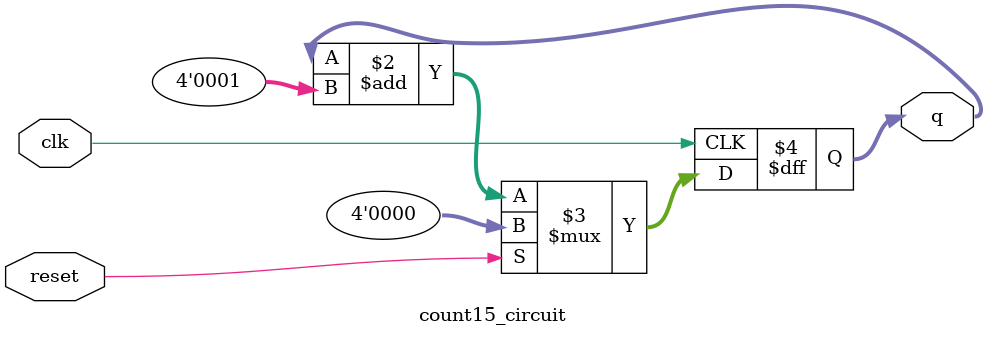
<source format=v>
module count15_circuit(
   input clk,
   input reset,      // Synchronous active-high reset
   output [3:0] q
);
	always @(posedge clk) begin 
		q <= reset ? 4'b0 : q + 4'b1;
	end
endmodule 
</source>
